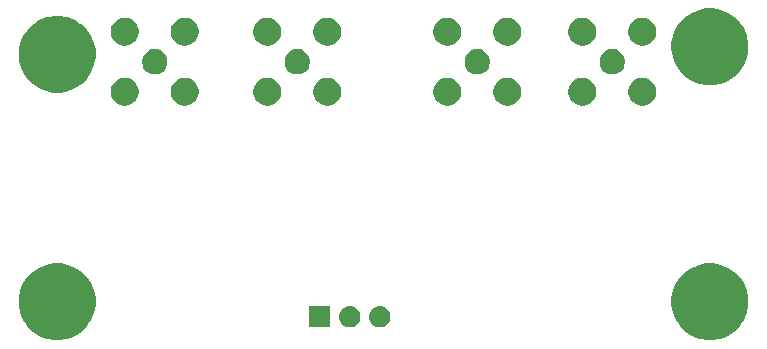
<source format=gbr>
G04 #@! TF.GenerationSoftware,KiCad,Pcbnew,(5.1.2)-2*
G04 #@! TF.CreationDate,2019-07-06T17:28:44+08:00*
G04 #@! TF.ProjectId,ADA4522,41444134-3532-4322-9e6b-696361645f70,rev?*
G04 #@! TF.SameCoordinates,Original*
G04 #@! TF.FileFunction,Soldermask,Bot*
G04 #@! TF.FilePolarity,Negative*
%FSLAX46Y46*%
G04 Gerber Fmt 4.6, Leading zero omitted, Abs format (unit mm)*
G04 Created by KiCad (PCBNEW (5.1.2)-2) date 2019-07-06 17:28:44*
%MOMM*%
%LPD*%
G04 APERTURE LIST*
%ADD10C,0.100000*%
G04 APERTURE END LIST*
D10*
G36*
X175894239Y-89521467D02*
G01*
X176208282Y-89583934D01*
X176799926Y-89829001D01*
X177332392Y-90184784D01*
X177785216Y-90637608D01*
X178140999Y-91170074D01*
X178386066Y-91761718D01*
X178511000Y-92389804D01*
X178511000Y-93030196D01*
X178386066Y-93658282D01*
X178140999Y-94249926D01*
X177893599Y-94620185D01*
X177818367Y-94732779D01*
X177785216Y-94782392D01*
X177332392Y-95235216D01*
X176799926Y-95590999D01*
X176208282Y-95836066D01*
X175894239Y-95898533D01*
X175580197Y-95961000D01*
X174939803Y-95961000D01*
X174625761Y-95898533D01*
X174311718Y-95836066D01*
X173720074Y-95590999D01*
X173187608Y-95235216D01*
X172734784Y-94782392D01*
X172701634Y-94732779D01*
X172626401Y-94620185D01*
X172379001Y-94249926D01*
X172133934Y-93658282D01*
X172009000Y-93030196D01*
X172009000Y-92389804D01*
X172133934Y-91761718D01*
X172379001Y-91170074D01*
X172734784Y-90637608D01*
X173187608Y-90184784D01*
X173720074Y-89829001D01*
X174311718Y-89583934D01*
X174625761Y-89521467D01*
X174939803Y-89459000D01*
X175580197Y-89459000D01*
X175894239Y-89521467D01*
X175894239Y-89521467D01*
G37*
G36*
X120649239Y-89521467D02*
G01*
X120963282Y-89583934D01*
X121554926Y-89829001D01*
X122087392Y-90184784D01*
X122540216Y-90637608D01*
X122895999Y-91170074D01*
X123141066Y-91761718D01*
X123266000Y-92389804D01*
X123266000Y-93030196D01*
X123141066Y-93658282D01*
X122895999Y-94249926D01*
X122648599Y-94620185D01*
X122573367Y-94732779D01*
X122540216Y-94782392D01*
X122087392Y-95235216D01*
X121554926Y-95590999D01*
X120963282Y-95836066D01*
X120649239Y-95898533D01*
X120335197Y-95961000D01*
X119694803Y-95961000D01*
X119380761Y-95898533D01*
X119066718Y-95836066D01*
X118475074Y-95590999D01*
X117942608Y-95235216D01*
X117489784Y-94782392D01*
X117456634Y-94732779D01*
X117381401Y-94620185D01*
X117134001Y-94249926D01*
X116888934Y-93658282D01*
X116764000Y-93030196D01*
X116764000Y-92389804D01*
X116888934Y-91761718D01*
X117134001Y-91170074D01*
X117489784Y-90637608D01*
X117942608Y-90184784D01*
X118475074Y-89829001D01*
X119066718Y-89583934D01*
X119380761Y-89521467D01*
X119694803Y-89459000D01*
X120335197Y-89459000D01*
X120649239Y-89521467D01*
X120649239Y-89521467D01*
G37*
G36*
X143141000Y-94881000D02*
G01*
X141339000Y-94881000D01*
X141339000Y-93079000D01*
X143141000Y-93079000D01*
X143141000Y-94881000D01*
X143141000Y-94881000D01*
G37*
G36*
X147430443Y-93085519D02*
G01*
X147496627Y-93092037D01*
X147666466Y-93143557D01*
X147822991Y-93227222D01*
X147858729Y-93256552D01*
X147960186Y-93339814D01*
X148043448Y-93441271D01*
X148072778Y-93477009D01*
X148156443Y-93633534D01*
X148207963Y-93803373D01*
X148225359Y-93980000D01*
X148207963Y-94156627D01*
X148156443Y-94326466D01*
X148072778Y-94482991D01*
X148043448Y-94518729D01*
X147960186Y-94620186D01*
X147858729Y-94703448D01*
X147822991Y-94732778D01*
X147666466Y-94816443D01*
X147496627Y-94867963D01*
X147430443Y-94874481D01*
X147364260Y-94881000D01*
X147275740Y-94881000D01*
X147209557Y-94874481D01*
X147143373Y-94867963D01*
X146973534Y-94816443D01*
X146817009Y-94732778D01*
X146781271Y-94703448D01*
X146679814Y-94620186D01*
X146596552Y-94518729D01*
X146567222Y-94482991D01*
X146483557Y-94326466D01*
X146432037Y-94156627D01*
X146414641Y-93980000D01*
X146432037Y-93803373D01*
X146483557Y-93633534D01*
X146567222Y-93477009D01*
X146596552Y-93441271D01*
X146679814Y-93339814D01*
X146781271Y-93256552D01*
X146817009Y-93227222D01*
X146973534Y-93143557D01*
X147143373Y-93092037D01*
X147209557Y-93085519D01*
X147275740Y-93079000D01*
X147364260Y-93079000D01*
X147430443Y-93085519D01*
X147430443Y-93085519D01*
G37*
G36*
X144890443Y-93085519D02*
G01*
X144956627Y-93092037D01*
X145126466Y-93143557D01*
X145282991Y-93227222D01*
X145318729Y-93256552D01*
X145420186Y-93339814D01*
X145503448Y-93441271D01*
X145532778Y-93477009D01*
X145616443Y-93633534D01*
X145667963Y-93803373D01*
X145685359Y-93980000D01*
X145667963Y-94156627D01*
X145616443Y-94326466D01*
X145532778Y-94482991D01*
X145503448Y-94518729D01*
X145420186Y-94620186D01*
X145318729Y-94703448D01*
X145282991Y-94732778D01*
X145126466Y-94816443D01*
X144956627Y-94867963D01*
X144890443Y-94874481D01*
X144824260Y-94881000D01*
X144735740Y-94881000D01*
X144669557Y-94874481D01*
X144603373Y-94867963D01*
X144433534Y-94816443D01*
X144277009Y-94732778D01*
X144241271Y-94703448D01*
X144139814Y-94620186D01*
X144056552Y-94518729D01*
X144027222Y-94482991D01*
X143943557Y-94326466D01*
X143892037Y-94156627D01*
X143874641Y-93980000D01*
X143892037Y-93803373D01*
X143943557Y-93633534D01*
X144027222Y-93477009D01*
X144056552Y-93441271D01*
X144139814Y-93339814D01*
X144241271Y-93256552D01*
X144277009Y-93227222D01*
X144433534Y-93143557D01*
X144603373Y-93092037D01*
X144669557Y-93085519D01*
X144735740Y-93079000D01*
X144824260Y-93079000D01*
X144890443Y-93085519D01*
X144890443Y-93085519D01*
G37*
G36*
X164656560Y-73769064D02*
G01*
X164808027Y-73799193D01*
X165022045Y-73887842D01*
X165022046Y-73887843D01*
X165214654Y-74016539D01*
X165378461Y-74180346D01*
X165445192Y-74280216D01*
X165507158Y-74372955D01*
X165595807Y-74586973D01*
X165641000Y-74814174D01*
X165641000Y-75045826D01*
X165595807Y-75273027D01*
X165507158Y-75487045D01*
X165507157Y-75487046D01*
X165378461Y-75679654D01*
X165214654Y-75843461D01*
X165086249Y-75929258D01*
X165022045Y-75972158D01*
X164808027Y-76060807D01*
X164656560Y-76090936D01*
X164580827Y-76106000D01*
X164349173Y-76106000D01*
X164273440Y-76090936D01*
X164121973Y-76060807D01*
X163907955Y-75972158D01*
X163843751Y-75929258D01*
X163715346Y-75843461D01*
X163551539Y-75679654D01*
X163422843Y-75487046D01*
X163422842Y-75487045D01*
X163334193Y-75273027D01*
X163289000Y-75045826D01*
X163289000Y-74814174D01*
X163334193Y-74586973D01*
X163422842Y-74372955D01*
X163484808Y-74280216D01*
X163551539Y-74180346D01*
X163715346Y-74016539D01*
X163907954Y-73887843D01*
X163907955Y-73887842D01*
X164121973Y-73799193D01*
X164273440Y-73769064D01*
X164349173Y-73754000D01*
X164580827Y-73754000D01*
X164656560Y-73769064D01*
X164656560Y-73769064D01*
G37*
G36*
X153226560Y-73769064D02*
G01*
X153378027Y-73799193D01*
X153592045Y-73887842D01*
X153592046Y-73887843D01*
X153784654Y-74016539D01*
X153948461Y-74180346D01*
X154015192Y-74280216D01*
X154077158Y-74372955D01*
X154165807Y-74586973D01*
X154211000Y-74814174D01*
X154211000Y-75045826D01*
X154165807Y-75273027D01*
X154077158Y-75487045D01*
X154077157Y-75487046D01*
X153948461Y-75679654D01*
X153784654Y-75843461D01*
X153656249Y-75929258D01*
X153592045Y-75972158D01*
X153378027Y-76060807D01*
X153226560Y-76090936D01*
X153150827Y-76106000D01*
X152919173Y-76106000D01*
X152843440Y-76090936D01*
X152691973Y-76060807D01*
X152477955Y-75972158D01*
X152413751Y-75929258D01*
X152285346Y-75843461D01*
X152121539Y-75679654D01*
X151992843Y-75487046D01*
X151992842Y-75487045D01*
X151904193Y-75273027D01*
X151859000Y-75045826D01*
X151859000Y-74814174D01*
X151904193Y-74586973D01*
X151992842Y-74372955D01*
X152054808Y-74280216D01*
X152121539Y-74180346D01*
X152285346Y-74016539D01*
X152477954Y-73887843D01*
X152477955Y-73887842D01*
X152691973Y-73799193D01*
X152843440Y-73769064D01*
X152919173Y-73754000D01*
X153150827Y-73754000D01*
X153226560Y-73769064D01*
X153226560Y-73769064D01*
G37*
G36*
X158306560Y-73769064D02*
G01*
X158458027Y-73799193D01*
X158672045Y-73887842D01*
X158672046Y-73887843D01*
X158864654Y-74016539D01*
X159028461Y-74180346D01*
X159095192Y-74280216D01*
X159157158Y-74372955D01*
X159245807Y-74586973D01*
X159291000Y-74814174D01*
X159291000Y-75045826D01*
X159245807Y-75273027D01*
X159157158Y-75487045D01*
X159157157Y-75487046D01*
X159028461Y-75679654D01*
X158864654Y-75843461D01*
X158736249Y-75929258D01*
X158672045Y-75972158D01*
X158458027Y-76060807D01*
X158306560Y-76090936D01*
X158230827Y-76106000D01*
X157999173Y-76106000D01*
X157923440Y-76090936D01*
X157771973Y-76060807D01*
X157557955Y-75972158D01*
X157493751Y-75929258D01*
X157365346Y-75843461D01*
X157201539Y-75679654D01*
X157072843Y-75487046D01*
X157072842Y-75487045D01*
X156984193Y-75273027D01*
X156939000Y-75045826D01*
X156939000Y-74814174D01*
X156984193Y-74586973D01*
X157072842Y-74372955D01*
X157134808Y-74280216D01*
X157201539Y-74180346D01*
X157365346Y-74016539D01*
X157557954Y-73887843D01*
X157557955Y-73887842D01*
X157771973Y-73799193D01*
X157923440Y-73769064D01*
X157999173Y-73754000D01*
X158230827Y-73754000D01*
X158306560Y-73769064D01*
X158306560Y-73769064D01*
G37*
G36*
X169736560Y-73769064D02*
G01*
X169888027Y-73799193D01*
X170102045Y-73887842D01*
X170102046Y-73887843D01*
X170294654Y-74016539D01*
X170458461Y-74180346D01*
X170525192Y-74280216D01*
X170587158Y-74372955D01*
X170675807Y-74586973D01*
X170721000Y-74814174D01*
X170721000Y-75045826D01*
X170675807Y-75273027D01*
X170587158Y-75487045D01*
X170587157Y-75487046D01*
X170458461Y-75679654D01*
X170294654Y-75843461D01*
X170166249Y-75929258D01*
X170102045Y-75972158D01*
X169888027Y-76060807D01*
X169736560Y-76090936D01*
X169660827Y-76106000D01*
X169429173Y-76106000D01*
X169353440Y-76090936D01*
X169201973Y-76060807D01*
X168987955Y-75972158D01*
X168923751Y-75929258D01*
X168795346Y-75843461D01*
X168631539Y-75679654D01*
X168502843Y-75487046D01*
X168502842Y-75487045D01*
X168414193Y-75273027D01*
X168369000Y-75045826D01*
X168369000Y-74814174D01*
X168414193Y-74586973D01*
X168502842Y-74372955D01*
X168564808Y-74280216D01*
X168631539Y-74180346D01*
X168795346Y-74016539D01*
X168987954Y-73887843D01*
X168987955Y-73887842D01*
X169201973Y-73799193D01*
X169353440Y-73769064D01*
X169429173Y-73754000D01*
X169660827Y-73754000D01*
X169736560Y-73769064D01*
X169736560Y-73769064D01*
G37*
G36*
X137986560Y-73769064D02*
G01*
X138138027Y-73799193D01*
X138352045Y-73887842D01*
X138352046Y-73887843D01*
X138544654Y-74016539D01*
X138708461Y-74180346D01*
X138775192Y-74280216D01*
X138837158Y-74372955D01*
X138925807Y-74586973D01*
X138971000Y-74814174D01*
X138971000Y-75045826D01*
X138925807Y-75273027D01*
X138837158Y-75487045D01*
X138837157Y-75487046D01*
X138708461Y-75679654D01*
X138544654Y-75843461D01*
X138416249Y-75929258D01*
X138352045Y-75972158D01*
X138138027Y-76060807D01*
X137986560Y-76090936D01*
X137910827Y-76106000D01*
X137679173Y-76106000D01*
X137603440Y-76090936D01*
X137451973Y-76060807D01*
X137237955Y-75972158D01*
X137173751Y-75929258D01*
X137045346Y-75843461D01*
X136881539Y-75679654D01*
X136752843Y-75487046D01*
X136752842Y-75487045D01*
X136664193Y-75273027D01*
X136619000Y-75045826D01*
X136619000Y-74814174D01*
X136664193Y-74586973D01*
X136752842Y-74372955D01*
X136814808Y-74280216D01*
X136881539Y-74180346D01*
X137045346Y-74016539D01*
X137237954Y-73887843D01*
X137237955Y-73887842D01*
X137451973Y-73799193D01*
X137603440Y-73769064D01*
X137679173Y-73754000D01*
X137910827Y-73754000D01*
X137986560Y-73769064D01*
X137986560Y-73769064D01*
G37*
G36*
X143066560Y-73769064D02*
G01*
X143218027Y-73799193D01*
X143432045Y-73887842D01*
X143432046Y-73887843D01*
X143624654Y-74016539D01*
X143788461Y-74180346D01*
X143855192Y-74280216D01*
X143917158Y-74372955D01*
X144005807Y-74586973D01*
X144051000Y-74814174D01*
X144051000Y-75045826D01*
X144005807Y-75273027D01*
X143917158Y-75487045D01*
X143917157Y-75487046D01*
X143788461Y-75679654D01*
X143624654Y-75843461D01*
X143496249Y-75929258D01*
X143432045Y-75972158D01*
X143218027Y-76060807D01*
X143066560Y-76090936D01*
X142990827Y-76106000D01*
X142759173Y-76106000D01*
X142683440Y-76090936D01*
X142531973Y-76060807D01*
X142317955Y-75972158D01*
X142253751Y-75929258D01*
X142125346Y-75843461D01*
X141961539Y-75679654D01*
X141832843Y-75487046D01*
X141832842Y-75487045D01*
X141744193Y-75273027D01*
X141699000Y-75045826D01*
X141699000Y-74814174D01*
X141744193Y-74586973D01*
X141832842Y-74372955D01*
X141894808Y-74280216D01*
X141961539Y-74180346D01*
X142125346Y-74016539D01*
X142317954Y-73887843D01*
X142317955Y-73887842D01*
X142531973Y-73799193D01*
X142683440Y-73769064D01*
X142759173Y-73754000D01*
X142990827Y-73754000D01*
X143066560Y-73769064D01*
X143066560Y-73769064D01*
G37*
G36*
X131001560Y-73769064D02*
G01*
X131153027Y-73799193D01*
X131367045Y-73887842D01*
X131367046Y-73887843D01*
X131559654Y-74016539D01*
X131723461Y-74180346D01*
X131790192Y-74280216D01*
X131852158Y-74372955D01*
X131940807Y-74586973D01*
X131986000Y-74814174D01*
X131986000Y-75045826D01*
X131940807Y-75273027D01*
X131852158Y-75487045D01*
X131852157Y-75487046D01*
X131723461Y-75679654D01*
X131559654Y-75843461D01*
X131431249Y-75929258D01*
X131367045Y-75972158D01*
X131153027Y-76060807D01*
X131001560Y-76090936D01*
X130925827Y-76106000D01*
X130694173Y-76106000D01*
X130618440Y-76090936D01*
X130466973Y-76060807D01*
X130252955Y-75972158D01*
X130188751Y-75929258D01*
X130060346Y-75843461D01*
X129896539Y-75679654D01*
X129767843Y-75487046D01*
X129767842Y-75487045D01*
X129679193Y-75273027D01*
X129634000Y-75045826D01*
X129634000Y-74814174D01*
X129679193Y-74586973D01*
X129767842Y-74372955D01*
X129829808Y-74280216D01*
X129896539Y-74180346D01*
X130060346Y-74016539D01*
X130252954Y-73887843D01*
X130252955Y-73887842D01*
X130466973Y-73799193D01*
X130618440Y-73769064D01*
X130694173Y-73754000D01*
X130925827Y-73754000D01*
X131001560Y-73769064D01*
X131001560Y-73769064D01*
G37*
G36*
X125921560Y-73769064D02*
G01*
X126073027Y-73799193D01*
X126287045Y-73887842D01*
X126287046Y-73887843D01*
X126479654Y-74016539D01*
X126643461Y-74180346D01*
X126710192Y-74280216D01*
X126772158Y-74372955D01*
X126860807Y-74586973D01*
X126906000Y-74814174D01*
X126906000Y-75045826D01*
X126860807Y-75273027D01*
X126772158Y-75487045D01*
X126772157Y-75487046D01*
X126643461Y-75679654D01*
X126479654Y-75843461D01*
X126351249Y-75929258D01*
X126287045Y-75972158D01*
X126073027Y-76060807D01*
X125921560Y-76090936D01*
X125845827Y-76106000D01*
X125614173Y-76106000D01*
X125538440Y-76090936D01*
X125386973Y-76060807D01*
X125172955Y-75972158D01*
X125108751Y-75929258D01*
X124980346Y-75843461D01*
X124816539Y-75679654D01*
X124687843Y-75487046D01*
X124687842Y-75487045D01*
X124599193Y-75273027D01*
X124554000Y-75045826D01*
X124554000Y-74814174D01*
X124599193Y-74586973D01*
X124687842Y-74372955D01*
X124749808Y-74280216D01*
X124816539Y-74180346D01*
X124980346Y-74016539D01*
X125172954Y-73887843D01*
X125172955Y-73887842D01*
X125386973Y-73799193D01*
X125538440Y-73769064D01*
X125614173Y-73754000D01*
X125845827Y-73754000D01*
X125921560Y-73769064D01*
X125921560Y-73769064D01*
G37*
G36*
X120649239Y-68566467D02*
G01*
X120963282Y-68628934D01*
X121554926Y-68874001D01*
X121981477Y-69159014D01*
X122087391Y-69229783D01*
X122540217Y-69682609D01*
X122610986Y-69788523D01*
X122895999Y-70215074D01*
X123138202Y-70799804D01*
X123141066Y-70806719D01*
X123266000Y-71434803D01*
X123266000Y-72075197D01*
X123224462Y-72284022D01*
X123141066Y-72703282D01*
X122895999Y-73294926D01*
X122540216Y-73827392D01*
X122087392Y-74280216D01*
X121554926Y-74635999D01*
X120963282Y-74881066D01*
X120649239Y-74943533D01*
X120335197Y-75006000D01*
X119694803Y-75006000D01*
X119380761Y-74943533D01*
X119066718Y-74881066D01*
X118475074Y-74635999D01*
X117942608Y-74280216D01*
X117489784Y-73827392D01*
X117134001Y-73294926D01*
X116888934Y-72703282D01*
X116805538Y-72284022D01*
X116764000Y-72075197D01*
X116764000Y-71434803D01*
X116888934Y-70806719D01*
X116891798Y-70799804D01*
X117134001Y-70215074D01*
X117419014Y-69788523D01*
X117489783Y-69682609D01*
X117942609Y-69229783D01*
X118048523Y-69159014D01*
X118475074Y-68874001D01*
X119066718Y-68628934D01*
X119380761Y-68566467D01*
X119694803Y-68504000D01*
X120335197Y-68504000D01*
X120649239Y-68566467D01*
X120649239Y-68566467D01*
G37*
G36*
X175894239Y-67931467D02*
G01*
X176208282Y-67993934D01*
X176799926Y-68239001D01*
X177196524Y-68504000D01*
X177332391Y-68594783D01*
X177785217Y-69047609D01*
X177855986Y-69153523D01*
X178140999Y-69580074D01*
X178386066Y-70171718D01*
X178394690Y-70215074D01*
X178511000Y-70799803D01*
X178511000Y-71440197D01*
X178488320Y-71554216D01*
X178386066Y-72068282D01*
X178140999Y-72659926D01*
X177785216Y-73192392D01*
X177332392Y-73645216D01*
X176799926Y-74000999D01*
X176208282Y-74246066D01*
X176036598Y-74280216D01*
X175580197Y-74371000D01*
X174939803Y-74371000D01*
X174483402Y-74280216D01*
X174311718Y-74246066D01*
X173720074Y-74000999D01*
X173187608Y-73645216D01*
X172734784Y-73192392D01*
X172379001Y-72659926D01*
X172133934Y-72068282D01*
X172031680Y-71554216D01*
X172009000Y-71440197D01*
X172009000Y-70799803D01*
X172125310Y-70215074D01*
X172133934Y-70171718D01*
X172379001Y-69580074D01*
X172664014Y-69153523D01*
X172734783Y-69047609D01*
X173187609Y-68594783D01*
X173323476Y-68504000D01*
X173720074Y-68239001D01*
X174311718Y-67993934D01*
X174625761Y-67931467D01*
X174939803Y-67869000D01*
X175580197Y-67869000D01*
X175894239Y-67931467D01*
X175894239Y-67931467D01*
G37*
G36*
X155750271Y-71327783D02*
G01*
X155888858Y-71355350D01*
X156084677Y-71436461D01*
X156260910Y-71554216D01*
X156410784Y-71704090D01*
X156528539Y-71880323D01*
X156609650Y-72076142D01*
X156651000Y-72284023D01*
X156651000Y-72495977D01*
X156609650Y-72703858D01*
X156528539Y-72899677D01*
X156410784Y-73075910D01*
X156260910Y-73225784D01*
X156084677Y-73343539D01*
X155888858Y-73424650D01*
X155750271Y-73452217D01*
X155680978Y-73466000D01*
X155469022Y-73466000D01*
X155399729Y-73452217D01*
X155261142Y-73424650D01*
X155065323Y-73343539D01*
X154889090Y-73225784D01*
X154739216Y-73075910D01*
X154621461Y-72899677D01*
X154540350Y-72703858D01*
X154499000Y-72495977D01*
X154499000Y-72284023D01*
X154540350Y-72076142D01*
X154621461Y-71880323D01*
X154739216Y-71704090D01*
X154889090Y-71554216D01*
X155065323Y-71436461D01*
X155261142Y-71355350D01*
X155399729Y-71327783D01*
X155469022Y-71314000D01*
X155680978Y-71314000D01*
X155750271Y-71327783D01*
X155750271Y-71327783D01*
G37*
G36*
X167180271Y-71327783D02*
G01*
X167318858Y-71355350D01*
X167514677Y-71436461D01*
X167690910Y-71554216D01*
X167840784Y-71704090D01*
X167958539Y-71880323D01*
X168039650Y-72076142D01*
X168081000Y-72284023D01*
X168081000Y-72495977D01*
X168039650Y-72703858D01*
X167958539Y-72899677D01*
X167840784Y-73075910D01*
X167690910Y-73225784D01*
X167514677Y-73343539D01*
X167318858Y-73424650D01*
X167180271Y-73452217D01*
X167110978Y-73466000D01*
X166899022Y-73466000D01*
X166829729Y-73452217D01*
X166691142Y-73424650D01*
X166495323Y-73343539D01*
X166319090Y-73225784D01*
X166169216Y-73075910D01*
X166051461Y-72899677D01*
X165970350Y-72703858D01*
X165929000Y-72495977D01*
X165929000Y-72284023D01*
X165970350Y-72076142D01*
X166051461Y-71880323D01*
X166169216Y-71704090D01*
X166319090Y-71554216D01*
X166495323Y-71436461D01*
X166691142Y-71355350D01*
X166829729Y-71327783D01*
X166899022Y-71314000D01*
X167110978Y-71314000D01*
X167180271Y-71327783D01*
X167180271Y-71327783D01*
G37*
G36*
X128445271Y-71327783D02*
G01*
X128583858Y-71355350D01*
X128779677Y-71436461D01*
X128955910Y-71554216D01*
X129105784Y-71704090D01*
X129223539Y-71880323D01*
X129304650Y-72076142D01*
X129346000Y-72284023D01*
X129346000Y-72495977D01*
X129304650Y-72703858D01*
X129223539Y-72899677D01*
X129105784Y-73075910D01*
X128955910Y-73225784D01*
X128779677Y-73343539D01*
X128583858Y-73424650D01*
X128445271Y-73452217D01*
X128375978Y-73466000D01*
X128164022Y-73466000D01*
X128094729Y-73452217D01*
X127956142Y-73424650D01*
X127760323Y-73343539D01*
X127584090Y-73225784D01*
X127434216Y-73075910D01*
X127316461Y-72899677D01*
X127235350Y-72703858D01*
X127194000Y-72495977D01*
X127194000Y-72284023D01*
X127235350Y-72076142D01*
X127316461Y-71880323D01*
X127434216Y-71704090D01*
X127584090Y-71554216D01*
X127760323Y-71436461D01*
X127956142Y-71355350D01*
X128094729Y-71327783D01*
X128164022Y-71314000D01*
X128375978Y-71314000D01*
X128445271Y-71327783D01*
X128445271Y-71327783D01*
G37*
G36*
X140510271Y-71327783D02*
G01*
X140648858Y-71355350D01*
X140844677Y-71436461D01*
X141020910Y-71554216D01*
X141170784Y-71704090D01*
X141288539Y-71880323D01*
X141369650Y-72076142D01*
X141411000Y-72284023D01*
X141411000Y-72495977D01*
X141369650Y-72703858D01*
X141288539Y-72899677D01*
X141170784Y-73075910D01*
X141020910Y-73225784D01*
X140844677Y-73343539D01*
X140648858Y-73424650D01*
X140510271Y-73452217D01*
X140440978Y-73466000D01*
X140229022Y-73466000D01*
X140159729Y-73452217D01*
X140021142Y-73424650D01*
X139825323Y-73343539D01*
X139649090Y-73225784D01*
X139499216Y-73075910D01*
X139381461Y-72899677D01*
X139300350Y-72703858D01*
X139259000Y-72495977D01*
X139259000Y-72284023D01*
X139300350Y-72076142D01*
X139381461Y-71880323D01*
X139499216Y-71704090D01*
X139649090Y-71554216D01*
X139825323Y-71436461D01*
X140021142Y-71355350D01*
X140159729Y-71327783D01*
X140229022Y-71314000D01*
X140440978Y-71314000D01*
X140510271Y-71327783D01*
X140510271Y-71327783D01*
G37*
G36*
X158306560Y-68689064D02*
G01*
X158458027Y-68719193D01*
X158672045Y-68807842D01*
X158672046Y-68807843D01*
X158864654Y-68936539D01*
X159028461Y-69100346D01*
X159114258Y-69228751D01*
X159157158Y-69292955D01*
X159245807Y-69506973D01*
X159291000Y-69734174D01*
X159291000Y-69965826D01*
X159245807Y-70193027D01*
X159157158Y-70407045D01*
X159157157Y-70407046D01*
X159028461Y-70599654D01*
X158864654Y-70763461D01*
X158736249Y-70849258D01*
X158672045Y-70892158D01*
X158458027Y-70980807D01*
X158306560Y-71010936D01*
X158230827Y-71026000D01*
X157999173Y-71026000D01*
X157923440Y-71010936D01*
X157771973Y-70980807D01*
X157557955Y-70892158D01*
X157493751Y-70849258D01*
X157365346Y-70763461D01*
X157201539Y-70599654D01*
X157072843Y-70407046D01*
X157072842Y-70407045D01*
X156984193Y-70193027D01*
X156939000Y-69965826D01*
X156939000Y-69734174D01*
X156984193Y-69506973D01*
X157072842Y-69292955D01*
X157115742Y-69228751D01*
X157201539Y-69100346D01*
X157365346Y-68936539D01*
X157557954Y-68807843D01*
X157557955Y-68807842D01*
X157771973Y-68719193D01*
X157923440Y-68689064D01*
X157999173Y-68674000D01*
X158230827Y-68674000D01*
X158306560Y-68689064D01*
X158306560Y-68689064D01*
G37*
G36*
X153226560Y-68689064D02*
G01*
X153378027Y-68719193D01*
X153592045Y-68807842D01*
X153592046Y-68807843D01*
X153784654Y-68936539D01*
X153948461Y-69100346D01*
X154034258Y-69228751D01*
X154077158Y-69292955D01*
X154165807Y-69506973D01*
X154211000Y-69734174D01*
X154211000Y-69965826D01*
X154165807Y-70193027D01*
X154077158Y-70407045D01*
X154077157Y-70407046D01*
X153948461Y-70599654D01*
X153784654Y-70763461D01*
X153656249Y-70849258D01*
X153592045Y-70892158D01*
X153378027Y-70980807D01*
X153226560Y-71010936D01*
X153150827Y-71026000D01*
X152919173Y-71026000D01*
X152843440Y-71010936D01*
X152691973Y-70980807D01*
X152477955Y-70892158D01*
X152413751Y-70849258D01*
X152285346Y-70763461D01*
X152121539Y-70599654D01*
X151992843Y-70407046D01*
X151992842Y-70407045D01*
X151904193Y-70193027D01*
X151859000Y-69965826D01*
X151859000Y-69734174D01*
X151904193Y-69506973D01*
X151992842Y-69292955D01*
X152035742Y-69228751D01*
X152121539Y-69100346D01*
X152285346Y-68936539D01*
X152477954Y-68807843D01*
X152477955Y-68807842D01*
X152691973Y-68719193D01*
X152843440Y-68689064D01*
X152919173Y-68674000D01*
X153150827Y-68674000D01*
X153226560Y-68689064D01*
X153226560Y-68689064D01*
G37*
G36*
X131001560Y-68689064D02*
G01*
X131153027Y-68719193D01*
X131367045Y-68807842D01*
X131367046Y-68807843D01*
X131559654Y-68936539D01*
X131723461Y-69100346D01*
X131809258Y-69228751D01*
X131852158Y-69292955D01*
X131940807Y-69506973D01*
X131986000Y-69734174D01*
X131986000Y-69965826D01*
X131940807Y-70193027D01*
X131852158Y-70407045D01*
X131852157Y-70407046D01*
X131723461Y-70599654D01*
X131559654Y-70763461D01*
X131431249Y-70849258D01*
X131367045Y-70892158D01*
X131153027Y-70980807D01*
X131001560Y-71010936D01*
X130925827Y-71026000D01*
X130694173Y-71026000D01*
X130618440Y-71010936D01*
X130466973Y-70980807D01*
X130252955Y-70892158D01*
X130188751Y-70849258D01*
X130060346Y-70763461D01*
X129896539Y-70599654D01*
X129767843Y-70407046D01*
X129767842Y-70407045D01*
X129679193Y-70193027D01*
X129634000Y-69965826D01*
X129634000Y-69734174D01*
X129679193Y-69506973D01*
X129767842Y-69292955D01*
X129810742Y-69228751D01*
X129896539Y-69100346D01*
X130060346Y-68936539D01*
X130252954Y-68807843D01*
X130252955Y-68807842D01*
X130466973Y-68719193D01*
X130618440Y-68689064D01*
X130694173Y-68674000D01*
X130925827Y-68674000D01*
X131001560Y-68689064D01*
X131001560Y-68689064D01*
G37*
G36*
X137986560Y-68689064D02*
G01*
X138138027Y-68719193D01*
X138352045Y-68807842D01*
X138352046Y-68807843D01*
X138544654Y-68936539D01*
X138708461Y-69100346D01*
X138794258Y-69228751D01*
X138837158Y-69292955D01*
X138925807Y-69506973D01*
X138971000Y-69734174D01*
X138971000Y-69965826D01*
X138925807Y-70193027D01*
X138837158Y-70407045D01*
X138837157Y-70407046D01*
X138708461Y-70599654D01*
X138544654Y-70763461D01*
X138416249Y-70849258D01*
X138352045Y-70892158D01*
X138138027Y-70980807D01*
X137986560Y-71010936D01*
X137910827Y-71026000D01*
X137679173Y-71026000D01*
X137603440Y-71010936D01*
X137451973Y-70980807D01*
X137237955Y-70892158D01*
X137173751Y-70849258D01*
X137045346Y-70763461D01*
X136881539Y-70599654D01*
X136752843Y-70407046D01*
X136752842Y-70407045D01*
X136664193Y-70193027D01*
X136619000Y-69965826D01*
X136619000Y-69734174D01*
X136664193Y-69506973D01*
X136752842Y-69292955D01*
X136795742Y-69228751D01*
X136881539Y-69100346D01*
X137045346Y-68936539D01*
X137237954Y-68807843D01*
X137237955Y-68807842D01*
X137451973Y-68719193D01*
X137603440Y-68689064D01*
X137679173Y-68674000D01*
X137910827Y-68674000D01*
X137986560Y-68689064D01*
X137986560Y-68689064D01*
G37*
G36*
X143066560Y-68689064D02*
G01*
X143218027Y-68719193D01*
X143432045Y-68807842D01*
X143432046Y-68807843D01*
X143624654Y-68936539D01*
X143788461Y-69100346D01*
X143874258Y-69228751D01*
X143917158Y-69292955D01*
X144005807Y-69506973D01*
X144051000Y-69734174D01*
X144051000Y-69965826D01*
X144005807Y-70193027D01*
X143917158Y-70407045D01*
X143917157Y-70407046D01*
X143788461Y-70599654D01*
X143624654Y-70763461D01*
X143496249Y-70849258D01*
X143432045Y-70892158D01*
X143218027Y-70980807D01*
X143066560Y-71010936D01*
X142990827Y-71026000D01*
X142759173Y-71026000D01*
X142683440Y-71010936D01*
X142531973Y-70980807D01*
X142317955Y-70892158D01*
X142253751Y-70849258D01*
X142125346Y-70763461D01*
X141961539Y-70599654D01*
X141832843Y-70407046D01*
X141832842Y-70407045D01*
X141744193Y-70193027D01*
X141699000Y-69965826D01*
X141699000Y-69734174D01*
X141744193Y-69506973D01*
X141832842Y-69292955D01*
X141875742Y-69228751D01*
X141961539Y-69100346D01*
X142125346Y-68936539D01*
X142317954Y-68807843D01*
X142317955Y-68807842D01*
X142531973Y-68719193D01*
X142683440Y-68689064D01*
X142759173Y-68674000D01*
X142990827Y-68674000D01*
X143066560Y-68689064D01*
X143066560Y-68689064D01*
G37*
G36*
X125921560Y-68689064D02*
G01*
X126073027Y-68719193D01*
X126287045Y-68807842D01*
X126287046Y-68807843D01*
X126479654Y-68936539D01*
X126643461Y-69100346D01*
X126729258Y-69228751D01*
X126772158Y-69292955D01*
X126860807Y-69506973D01*
X126906000Y-69734174D01*
X126906000Y-69965826D01*
X126860807Y-70193027D01*
X126772158Y-70407045D01*
X126772157Y-70407046D01*
X126643461Y-70599654D01*
X126479654Y-70763461D01*
X126351249Y-70849258D01*
X126287045Y-70892158D01*
X126073027Y-70980807D01*
X125921560Y-71010936D01*
X125845827Y-71026000D01*
X125614173Y-71026000D01*
X125538440Y-71010936D01*
X125386973Y-70980807D01*
X125172955Y-70892158D01*
X125108751Y-70849258D01*
X124980346Y-70763461D01*
X124816539Y-70599654D01*
X124687843Y-70407046D01*
X124687842Y-70407045D01*
X124599193Y-70193027D01*
X124554000Y-69965826D01*
X124554000Y-69734174D01*
X124599193Y-69506973D01*
X124687842Y-69292955D01*
X124730742Y-69228751D01*
X124816539Y-69100346D01*
X124980346Y-68936539D01*
X125172954Y-68807843D01*
X125172955Y-68807842D01*
X125386973Y-68719193D01*
X125538440Y-68689064D01*
X125614173Y-68674000D01*
X125845827Y-68674000D01*
X125921560Y-68689064D01*
X125921560Y-68689064D01*
G37*
G36*
X169736560Y-68689064D02*
G01*
X169888027Y-68719193D01*
X170102045Y-68807842D01*
X170102046Y-68807843D01*
X170294654Y-68936539D01*
X170458461Y-69100346D01*
X170544258Y-69228751D01*
X170587158Y-69292955D01*
X170675807Y-69506973D01*
X170721000Y-69734174D01*
X170721000Y-69965826D01*
X170675807Y-70193027D01*
X170587158Y-70407045D01*
X170587157Y-70407046D01*
X170458461Y-70599654D01*
X170294654Y-70763461D01*
X170166249Y-70849258D01*
X170102045Y-70892158D01*
X169888027Y-70980807D01*
X169736560Y-71010936D01*
X169660827Y-71026000D01*
X169429173Y-71026000D01*
X169353440Y-71010936D01*
X169201973Y-70980807D01*
X168987955Y-70892158D01*
X168923751Y-70849258D01*
X168795346Y-70763461D01*
X168631539Y-70599654D01*
X168502843Y-70407046D01*
X168502842Y-70407045D01*
X168414193Y-70193027D01*
X168369000Y-69965826D01*
X168369000Y-69734174D01*
X168414193Y-69506973D01*
X168502842Y-69292955D01*
X168545742Y-69228751D01*
X168631539Y-69100346D01*
X168795346Y-68936539D01*
X168987954Y-68807843D01*
X168987955Y-68807842D01*
X169201973Y-68719193D01*
X169353440Y-68689064D01*
X169429173Y-68674000D01*
X169660827Y-68674000D01*
X169736560Y-68689064D01*
X169736560Y-68689064D01*
G37*
G36*
X164656560Y-68689064D02*
G01*
X164808027Y-68719193D01*
X165022045Y-68807842D01*
X165022046Y-68807843D01*
X165214654Y-68936539D01*
X165378461Y-69100346D01*
X165464258Y-69228751D01*
X165507158Y-69292955D01*
X165595807Y-69506973D01*
X165641000Y-69734174D01*
X165641000Y-69965826D01*
X165595807Y-70193027D01*
X165507158Y-70407045D01*
X165507157Y-70407046D01*
X165378461Y-70599654D01*
X165214654Y-70763461D01*
X165086249Y-70849258D01*
X165022045Y-70892158D01*
X164808027Y-70980807D01*
X164656560Y-71010936D01*
X164580827Y-71026000D01*
X164349173Y-71026000D01*
X164273440Y-71010936D01*
X164121973Y-70980807D01*
X163907955Y-70892158D01*
X163843751Y-70849258D01*
X163715346Y-70763461D01*
X163551539Y-70599654D01*
X163422843Y-70407046D01*
X163422842Y-70407045D01*
X163334193Y-70193027D01*
X163289000Y-69965826D01*
X163289000Y-69734174D01*
X163334193Y-69506973D01*
X163422842Y-69292955D01*
X163465742Y-69228751D01*
X163551539Y-69100346D01*
X163715346Y-68936539D01*
X163907954Y-68807843D01*
X163907955Y-68807842D01*
X164121973Y-68719193D01*
X164273440Y-68689064D01*
X164349173Y-68674000D01*
X164580827Y-68674000D01*
X164656560Y-68689064D01*
X164656560Y-68689064D01*
G37*
M02*

</source>
